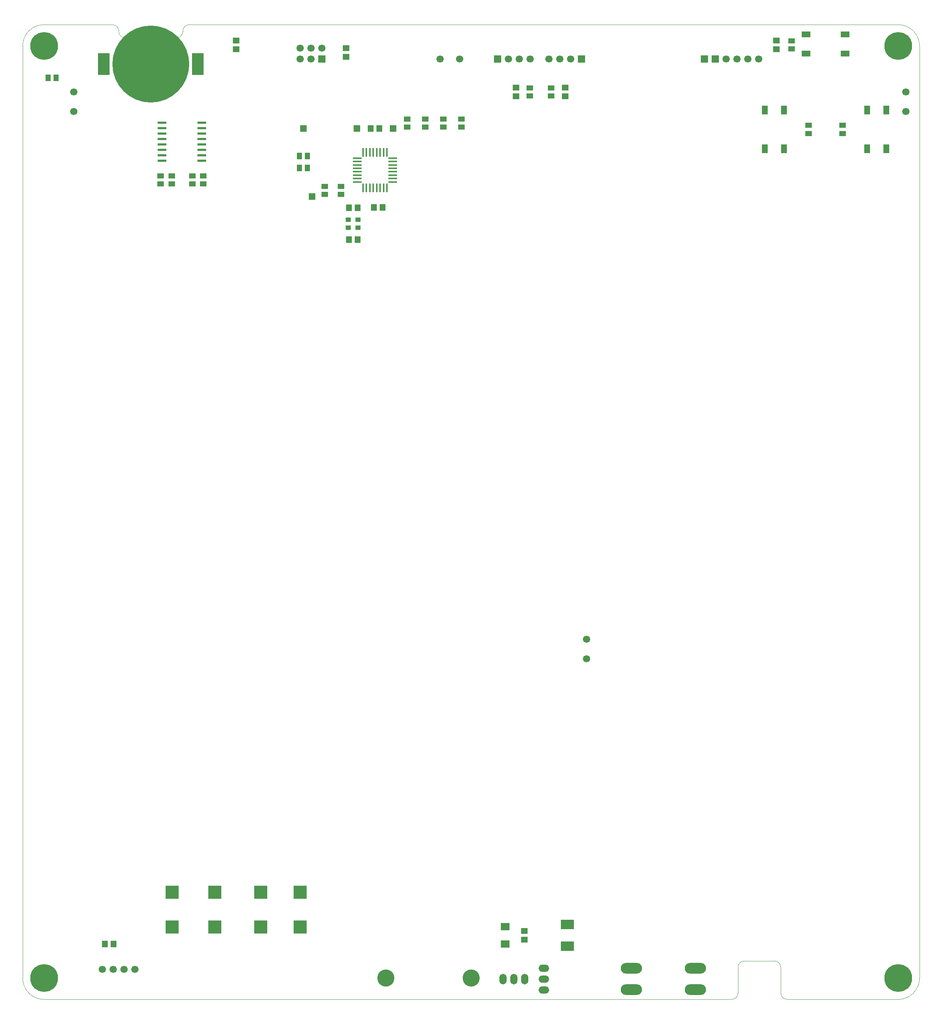
<source format=gbs>
G04 #@! TF.FileFunction,Soldermask,Bot*
%FSLAX46Y46*%
G04 Gerber Fmt 4.6, Leading zero omitted, Abs format (unit mm)*
G04 Created by KiCad (PCBNEW (2015-07-01 BZR 5850)-product) date Mon Oct 12 14:49:47 2015*
%MOMM*%
G01*
G04 APERTURE LIST*
%ADD10C,0.150000*%
%ADD11C,0.100000*%
%ADD12R,1.498600X1.300480*%
%ADD13R,1.300480X1.498600*%
%ADD14C,6.500000*%
%ADD15R,1.524000X1.524000*%
%ADD16R,1.300480X1.049020*%
%ADD17R,0.449580X1.998980*%
%ADD18R,1.998980X0.449580*%
%ADD19R,1.700000X1.700000*%
%ADD20C,1.700000*%
%ADD21R,3.048000X3.048000*%
%ADD22R,1.550000X1.350000*%
%ADD23R,1.350000X1.550000*%
%ADD24R,2.100000X1.400000*%
%ADD25R,1.400000X2.100000*%
%ADD26R,1.998980X0.599440*%
%ADD27R,2.159000X1.778000*%
%ADD28R,3.149600X2.184400*%
%ADD29R,2.800000X5.100000*%
%ADD30C,18.000000*%
%ADD31C,4.000000*%
%ADD32O,5.000000X2.500000*%
%ADD33O,2.500000X1.700000*%
%ADD34O,1.700000X2.500000*%
G04 APERTURE END LIST*
D10*
D11*
X220000000Y-269000000D02*
X59000000Y-269000000D01*
X233000000Y-269000000D02*
X259000000Y-269000000D01*
X231500000Y-261500000D02*
X231500000Y-267500000D01*
X221500000Y-267500000D02*
X221500000Y-261500000D01*
X231500000Y-267500000D02*
G75*
G03X233000000Y-269000000I1500000J0D01*
G01*
X220000000Y-269000000D02*
G75*
G03X221500000Y-267500000I0J1500000D01*
G01*
X231500000Y-261500000D02*
G75*
G03X230000000Y-260000000I-1500000J0D01*
G01*
X223000000Y-260000000D02*
G75*
G03X221500000Y-261500000I0J-1500000D01*
G01*
X264000000Y-46000000D02*
X264000000Y-264000000D01*
X93000000Y-41000000D02*
X259000000Y-41000000D01*
X75000000Y-41000000D02*
X59000000Y-41000000D01*
X76500000Y-42500000D02*
X76500000Y-42600000D01*
X76500000Y-42500000D02*
G75*
G03X75000000Y-41000000I-1500000J0D01*
G01*
X91500000Y-42500000D02*
X91500000Y-42600000D01*
X93000000Y-41000000D02*
G75*
G03X91500000Y-42500000I0J-1500000D01*
G01*
X90000000Y-44100000D02*
G75*
G03X91500000Y-42600000I0J1500000D01*
G01*
X76500000Y-42600000D02*
G75*
G03X78000000Y-44100000I1500000J0D01*
G01*
X84000000Y-44100000D02*
X90000000Y-44100000D01*
X84000000Y-44100000D02*
X78000000Y-44100000D01*
X54000000Y-264000000D02*
X54000000Y-46000000D01*
X259000000Y-269000000D02*
G75*
G03X264000000Y-264000000I0J5000000D01*
G01*
X264000000Y-46000000D02*
G75*
G03X259000000Y-41000000I-5000000J0D01*
G01*
X59000000Y-41000000D02*
G75*
G03X54000000Y-46000000I0J-5000000D01*
G01*
X54000000Y-264000000D02*
G75*
G03X59000000Y-269000000I5000000J0D01*
G01*
X230000000Y-260000000D02*
X223000000Y-260000000D01*
D12*
X144000000Y-64952500D03*
X144000000Y-63047500D03*
D13*
X61852500Y-53400000D03*
X59947500Y-53400000D03*
D14*
X259000000Y-264000000D03*
X59000000Y-264000000D03*
X259000000Y-46000000D03*
X59000000Y-46000000D03*
D15*
X121800000Y-81200000D03*
X140750000Y-65250000D03*
X132250000Y-65250000D03*
D12*
X86300000Y-78252500D03*
X86300000Y-76347500D03*
X88900000Y-78252500D03*
X88900000Y-76347500D03*
X93700000Y-78252500D03*
X93700000Y-76347500D03*
D16*
X132543000Y-88502500D03*
X130257000Y-86597500D03*
X132543000Y-86597500D03*
X130257000Y-88502500D03*
D17*
X133700920Y-79150360D03*
X134501020Y-79150360D03*
X135301120Y-79150360D03*
X136101220Y-79150360D03*
X136898780Y-79150360D03*
X137698880Y-79150360D03*
X138498980Y-79150360D03*
X139299080Y-79150360D03*
X139299080Y-70849640D03*
X133700920Y-70849640D03*
X134501020Y-70849640D03*
X135301120Y-70849640D03*
X136101220Y-70849640D03*
X136898780Y-70849640D03*
X137698880Y-70849640D03*
X138498980Y-70849640D03*
D18*
X140650360Y-77799080D03*
X140650360Y-76998980D03*
X140650360Y-76198880D03*
X140650360Y-75398780D03*
X140650360Y-74601220D03*
X140650360Y-73801120D03*
X140650360Y-73001020D03*
X140650360Y-72200920D03*
X132349640Y-77799080D03*
X132349640Y-76998980D03*
X132349640Y-76198880D03*
X132349640Y-75398780D03*
X132349640Y-74601220D03*
X132349640Y-73801120D03*
X132349640Y-73001020D03*
X132349640Y-72200920D03*
D19*
X124040000Y-49020000D03*
D20*
X124040000Y-46480000D03*
X121500000Y-49020000D03*
X121500000Y-46480000D03*
X118960000Y-49020000D03*
X118960000Y-46480000D03*
D12*
X124750000Y-80702500D03*
X124750000Y-78797500D03*
X128500000Y-78797500D03*
X128500000Y-80702500D03*
X234000000Y-46702500D03*
X234000000Y-44797500D03*
X96300000Y-78252500D03*
X96300000Y-76347500D03*
D21*
X119000000Y-252064000D03*
X119000000Y-243936000D03*
X109750000Y-252064000D03*
X109750000Y-243936000D03*
X99000000Y-252064000D03*
X99000000Y-243936000D03*
X89000000Y-252064000D03*
X89000000Y-243936000D03*
D22*
X230500000Y-44750000D03*
X230500000Y-46750000D03*
X129750000Y-48500000D03*
X129750000Y-46500000D03*
X104000000Y-46750000D03*
X104000000Y-44750000D03*
D23*
X135500000Y-65250000D03*
X137500000Y-65250000D03*
X136250000Y-83750000D03*
X138250000Y-83750000D03*
X132400000Y-83800000D03*
X130400000Y-83800000D03*
X132400000Y-91250000D03*
X130400000Y-91250000D03*
D22*
X171500000Y-255000000D03*
X171500000Y-253000000D03*
D19*
X213650000Y-49000000D03*
X216190000Y-49000000D03*
D20*
X218730000Y-49000000D03*
X221270000Y-49000000D03*
X223810000Y-49000000D03*
X226350000Y-49000000D03*
D22*
X181000000Y-55750000D03*
X181000000Y-57750000D03*
X169500000Y-55750000D03*
X169500000Y-57750000D03*
D12*
X177750000Y-55797500D03*
X177750000Y-57702500D03*
X172750000Y-57702500D03*
X172750000Y-55797500D03*
D19*
X165190000Y-49000000D03*
D20*
X167730000Y-49000000D03*
X170270000Y-49000000D03*
X172810000Y-49000000D03*
X177190000Y-49000000D03*
X179730000Y-49000000D03*
X182270000Y-49000000D03*
D19*
X184810000Y-49000000D03*
D12*
X238000000Y-66452500D03*
X238000000Y-64547500D03*
X246000000Y-66452500D03*
X246000000Y-64547500D03*
D13*
X118797500Y-74500000D03*
X120702500Y-74500000D03*
X118797500Y-71750000D03*
X120702500Y-71750000D03*
D15*
X119750000Y-65250000D03*
D23*
X75250000Y-256050000D03*
X73250000Y-256050000D03*
D24*
X237450000Y-43250000D03*
X246550000Y-43250000D03*
X246550000Y-47750000D03*
X237450000Y-47750000D03*
D25*
X227750000Y-70050000D03*
X227750000Y-60950000D03*
X232250000Y-60950000D03*
X232250000Y-70050000D03*
X256250000Y-60950000D03*
X256250000Y-70050000D03*
X251750000Y-70050000D03*
X251750000Y-60950000D03*
D26*
X86649260Y-72845000D03*
X86649260Y-71575000D03*
X86649260Y-70305000D03*
X86649260Y-69035000D03*
X86649260Y-67765000D03*
X86649260Y-66495000D03*
X86649260Y-65225000D03*
X86649260Y-63955000D03*
X95950740Y-63955000D03*
X95950740Y-65225000D03*
X95950740Y-66495000D03*
X95950740Y-67765000D03*
X95950740Y-69035000D03*
X95950740Y-70305000D03*
X95950740Y-71575000D03*
X95950740Y-72845000D03*
D12*
X148250000Y-64952500D03*
X148250000Y-63047500D03*
X152500000Y-64952500D03*
X152500000Y-63047500D03*
D20*
X66000000Y-56714000D03*
X66000000Y-61286000D03*
X260750000Y-61286000D03*
X260750000Y-56714000D03*
X186000000Y-184714000D03*
X186000000Y-189286000D03*
D27*
X167000000Y-256032000D03*
X167000000Y-251968000D03*
D28*
X181500000Y-256540000D03*
X181500000Y-251460000D03*
D29*
X73000000Y-50200000D03*
X95000000Y-50200000D03*
D30*
X84000000Y-50200000D03*
D20*
X80310000Y-262000000D03*
X77770000Y-262000000D03*
X75230000Y-262000000D03*
X72690000Y-262000000D03*
X151714000Y-49000000D03*
X156286000Y-49000000D03*
D12*
X156750000Y-64952500D03*
X156750000Y-63047500D03*
D31*
X139000000Y-264000000D03*
X159000000Y-264000000D03*
D32*
X211500000Y-261750000D03*
X211500000Y-266750000D03*
X196500000Y-261750000D03*
X196500000Y-266750000D03*
D33*
X176000000Y-261710000D03*
X176000000Y-264250000D03*
X176000000Y-266790000D03*
D34*
X166460000Y-264250000D03*
X169000000Y-264250000D03*
X171540000Y-264250000D03*
M02*

</source>
